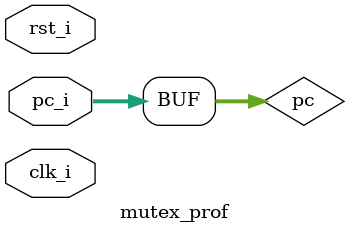
<source format=v>
`timescale 1ns / 1ps
`include "aquila_config.vh"

module mutex_prof
#(
    parameter CNT_BITS = 64,
    parameter XLEN     = 32
)(
    // system input
    input clk_i,
    input rst_i,
    
    // input
    input  [XLEN-1 : 0] pc_i   // we use the fetch stage pc
    
    //output, no ouput yet
    
    );
//==========================================================
// localparam
//
localparam [XLEN-1 : 0]
    mutex_init_s  = 32'h80002c24,
    mutex_init_e  = 32'h80002c88,
    mutex_take_s1 = 32'h80001168, // jal take
    mutex_take_s2 = 32'h80001068, // jal take
    mutex_take_e1 = 32'h8000116c, // lw
    mutex_take_e2 = 32'h8000106c, // lw
    mutex_give_s1 = 32'h80001190, // jal send
    mutex_give_s2 = 32'h80001090, // jal send
    mutex_give_e1 = 32'h80001194, // bgez
    mutex_give_e2 = 32'h80001094; // li
//
// end of localparam
//==========================================================
//==========================================================
// wires and registers
// 
wire [XLEN-1 : 0] pc;

wire enter_mutex_init, exit_mutex_init,
     enter_mutex_take, exit_mutex_take,
     enter_mutex_give, exit_mutex_give;
     
reg  in_mutex_init, in_mutex_take, in_mutex_give;

(* mark_debug = "true" *) reg [CNT_BITS-1 : 0]
     mutex_init_cnt, mutex_init_ltc,
     mutex_take_cnt, mutex_take_ltc,
     mutex_give_cnt, mutex_give_ltc;
//
// end of wires and registers
//==========================================================
//==========================================================
// wires and registers assign
// wires: pc
assign pc = pc_i;

// wires: entering and exiting signals
assign enter_mutex_init = (pc == mutex_init_s);
assign exit_mutex_init  = (pc == mutex_init_e);
assign enter_mutex_take = (pc == mutex_take_s1 | pc == mutex_take_s2);
assign exit_mutex_take  = (pc == mutex_take_e1 | pc == mutex_take_e2);
assign enter_mutex_give = (pc == mutex_give_s1 | pc == mutex_give_s2);
assign exit_mutex_give  = (pc == mutex_give_e1 | pc == mutex_give_e2);

// regs: in signals
// mutex init
always @(posedge clk_i)
begin
    if (rst_i) in_mutex_init <= 1'b0;
    else if (enter_mutex_init) in_mutex_init <=1'b1;
    else if (exit_mutex_init) in_mutex_init <= 1'b0;
    else in_mutex_init <= in_mutex_init;    
end

// mutex take
always @(posedge clk_i)
begin
    if (rst_i) in_mutex_take <= 1'b0;
    else if (enter_mutex_take) in_mutex_take <= 1'b1;
    else if (exit_mutex_take) in_mutex_take <= 1'b0;
    else in_mutex_take <= in_mutex_take;
end

// mutex give
always @(posedge clk_i)
begin
    if (rst_i) in_mutex_give <= 2'b00;
    else if (enter_mutex_give) in_mutex_give <= 1'b1;
    else if (exit_mutex_give) in_mutex_give <= 1'b0;
    else in_mutex_give <= in_mutex_give;
end

// regs: count and latency
// mutex init
always @(posedge clk_i)
begin
    if (rst_i) mutex_init_cnt <= 0;
    else if (enter_mutex_init & ~in_mutex_init)
        mutex_init_cnt <= mutex_init_cnt + 1;
    else mutex_init_cnt <= mutex_init_cnt; 
end

always @(posedge clk_i)
begin
    if (rst_i) mutex_init_ltc <= 0;
    else if (in_mutex_init)
        mutex_init_ltc <= mutex_init_ltc + 1;
    else mutex_init_ltc <= mutex_init_ltc;
end

// mutex take
always @(posedge clk_i)
begin
    if (rst_i) mutex_take_cnt <= 0;
    else if (enter_mutex_take & ~in_mutex_take)
        mutex_take_cnt <= mutex_take_cnt + 1;
    else mutex_take_cnt <= mutex_take_cnt; 
end

always @(posedge clk_i)
begin
    if (rst_i) mutex_take_ltc <= 0;
    else if (in_mutex_take)
        mutex_take_ltc <= mutex_take_ltc + 1;
    else mutex_take_ltc <= mutex_take_ltc;
end

// mutex give
always @(posedge clk_i)
begin
    if (rst_i) mutex_give_cnt <= 0;
    else if (enter_mutex_give & ~in_mutex_give)
        mutex_give_cnt <= mutex_give_cnt + 1;
    else mutex_give_cnt <= mutex_give_cnt; 
end

always @(posedge clk_i)
begin
    if (rst_i) mutex_give_ltc <= 0;
    else if (in_mutex_give)
        mutex_give_ltc <= mutex_give_ltc + 1;
    else mutex_give_ltc <= mutex_give_ltc;
end

endmodule

</source>
